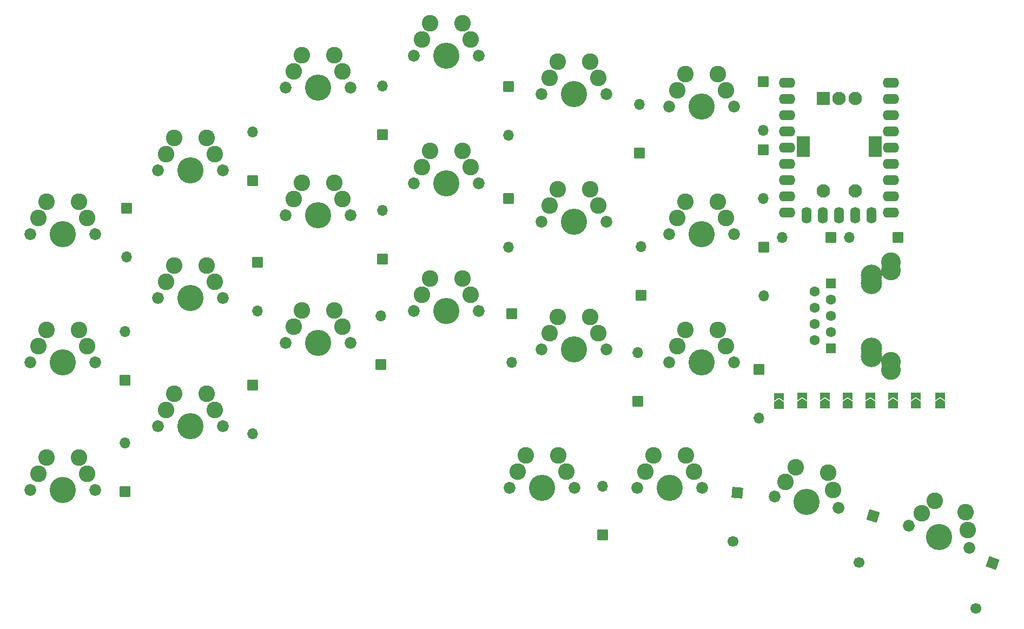
<source format=gbr>
%TF.GenerationSoftware,KiCad,Pcbnew,8.0.3*%
%TF.CreationDate,2024-07-10T08:52:57-07:00*%
%TF.ProjectId,Custom_KB_V1,43757374-6f6d-45f4-9b42-5f56312e6b69,rev?*%
%TF.SameCoordinates,Original*%
%TF.FileFunction,Soldermask,Bot*%
%TF.FilePolarity,Negative*%
%FSLAX46Y46*%
G04 Gerber Fmt 4.6, Leading zero omitted, Abs format (unit mm)*
G04 Created by KiCad (PCBNEW 8.0.3) date 2024-07-10 08:52:57*
%MOMM*%
%LPD*%
G01*
G04 APERTURE LIST*
G04 Aperture macros list*
%AMRoundRect*
0 Rectangle with rounded corners*
0 $1 Rounding radius*
0 $2 $3 $4 $5 $6 $7 $8 $9 X,Y pos of 4 corners*
0 Add a 4 corners polygon primitive as box body*
4,1,4,$2,$3,$4,$5,$6,$7,$8,$9,$2,$3,0*
0 Add four circle primitives for the rounded corners*
1,1,$1+$1,$2,$3*
1,1,$1+$1,$4,$5*
1,1,$1+$1,$6,$7*
1,1,$1+$1,$8,$9*
0 Add four rect primitives between the rounded corners*
20,1,$1+$1,$2,$3,$4,$5,0*
20,1,$1+$1,$4,$5,$6,$7,0*
20,1,$1+$1,$6,$7,$8,$9,0*
20,1,$1+$1,$8,$9,$2,$3,0*%
%AMHorizOval*
0 Thick line with rounded ends*
0 $1 width*
0 $2 $3 position (X,Y) of the first rounded end (center of the circle)*
0 $4 $5 position (X,Y) of the second rounded end (center of the circle)*
0 Add line between two ends*
20,1,$1,$2,$3,$4,$5,0*
0 Add two circle primitives to create the rounded ends*
1,1,$1,$2,$3*
1,1,$1,$4,$5*%
%AMFreePoly0*
4,1,16,0.535355,0.785355,0.541603,0.777735,1.041603,0.027735,1.049029,-0.009806,1.041603,-0.027735,0.541603,-0.777735,0.509806,-0.799029,0.500000,-0.800000,-0.500000,-0.800000,-0.535355,-0.785355,-0.550000,-0.750000,-0.550000,0.750000,-0.535355,0.785355,-0.500000,0.800000,0.500000,0.800000,0.535355,0.785355,0.535355,0.785355,$1*%
%AMFreePoly1*
4,1,16,0.535355,0.785355,0.550000,0.750000,0.550000,-0.750000,0.535355,-0.785355,0.500000,-0.800000,-0.650000,-0.800000,-0.685355,-0.785355,-0.700000,-0.750000,-0.691603,-0.722265,-0.210093,0.000000,-0.691603,0.722265,-0.699029,0.759806,-0.677735,0.791603,-0.650000,0.800000,0.500000,0.800000,0.535355,0.785355,0.535355,0.785355,$1*%
G04 Aperture macros list end*
%ADD10RoundRect,0.050000X0.800000X-0.800000X0.800000X0.800000X-0.800000X0.800000X-0.800000X-0.800000X0*%
%ADD11O,1.700000X1.700000*%
%ADD12C,1.850000*%
%ADD13C,4.100000*%
%ADD14C,2.600000*%
%ADD15C,3.100000*%
%ADD16C,1.600000*%
%ADD17RoundRect,0.050000X-0.750000X0.750000X-0.750000X-0.750000X0.750000X-0.750000X0.750000X0.750000X0*%
%ADD18C,3.350000*%
%ADD19RoundRect,0.050000X-0.800000X0.800000X-0.800000X-0.800000X0.800000X-0.800000X0.800000X0.800000X0*%
%ADD20RoundRect,0.050000X0.800000X0.800000X-0.800000X0.800000X-0.800000X-0.800000X0.800000X-0.800000X0*%
%ADD21RoundRect,0.050000X-0.478138X1.025370X-1.025370X-0.478138X0.478138X-1.025370X1.025370X0.478138X0*%
%ADD22HorizOval,1.700000X0.000000X0.000000X0.000000X0.000000X0*%
%ADD23O,2.600000X1.600000*%
%ADD24O,1.600000X2.600000*%
%ADD25RoundRect,0.050000X-1.000000X1.000000X-1.000000X-1.000000X1.000000X-1.000000X1.000000X1.000000X0*%
%ADD26C,2.100000*%
%ADD27RoundRect,0.050000X-1.000000X1.600000X-1.000000X-1.600000X1.000000X-1.600000X1.000000X1.600000X0*%
%ADD28RoundRect,0.050000X-0.727231X0.866680X-0.866680X-0.727231X0.727231X-0.866680X0.866680X0.727231X0*%
%ADD29HorizOval,1.700000X0.000000X0.000000X0.000000X0.000000X0*%
%ADD30RoundRect,0.050000X-0.531146X0.998941X-0.998941X-0.531146X0.531146X-0.998941X0.998941X0.531146X0*%
%ADD31HorizOval,1.700000X0.000000X0.000000X0.000000X0.000000X0*%
%ADD32FreePoly0,90.000000*%
%ADD33FreePoly1,90.000000*%
%ADD34RoundRect,0.050000X0.750000X-0.750000X0.750000X0.750000X-0.750000X0.750000X-0.750000X-0.750000X0*%
G04 APERTURE END LIST*
D10*
%TO.C,D10*%
X112000000Y-84120000D03*
D11*
X112000000Y-76500000D03*
%TD*%
D12*
%TO.C,K4*%
X96920000Y-57250000D03*
D13*
X102000000Y-57250000D03*
X102000000Y-57250000D03*
D12*
X107080000Y-57250000D03*
D14*
X98190000Y-54710000D03*
X99460000Y-52170000D03*
X104540000Y-52170000D03*
X105810000Y-54710000D03*
%TD*%
D10*
%TO.C,D14*%
X152000000Y-106370000D03*
D11*
X152000000Y-98750000D03*
%TD*%
D12*
%TO.C,K11*%
X76920000Y-90250000D03*
D13*
X82000000Y-90250000D03*
X82000000Y-90250000D03*
D12*
X87080000Y-90250000D03*
D14*
X78190000Y-87710000D03*
X79460000Y-85170000D03*
X84540000Y-85170000D03*
X85810000Y-87710000D03*
%TD*%
D15*
%TO.C,J1-Left1*%
X191650000Y-85905000D03*
X191650000Y-101445000D03*
D16*
X179710000Y-89230000D03*
X182250000Y-90500000D03*
X179710000Y-91770000D03*
X182250000Y-93040001D03*
X179710000Y-94310000D03*
X182250000Y-95580000D03*
X179710000Y-96850000D03*
D17*
X182250000Y-98120000D03*
D18*
X188600000Y-87960000D03*
X188600000Y-99390001D03*
%TD*%
D19*
%TO.C,D7*%
X171750000Y-82250000D03*
D11*
X171750000Y-89870000D03*
%TD*%
D19*
%TO.C,D17*%
X91750000Y-103880000D03*
D11*
X91750000Y-111500000D03*
%TD*%
D20*
%TO.C,D24*%
X182250000Y-80750000D03*
D11*
X174630000Y-80750000D03*
%TD*%
D12*
%TO.C,K1*%
X156920000Y-60250000D03*
D13*
X162000000Y-60250000D03*
X162000000Y-60250000D03*
D12*
X167080000Y-60250000D03*
D14*
X158190000Y-57710000D03*
X159460000Y-55170000D03*
X164540000Y-55170000D03*
X165810000Y-57710000D03*
%TD*%
D12*
%TO.C,K22*%
X131920000Y-119970000D03*
D13*
X137000000Y-119970000D03*
X137000000Y-119970000D03*
D12*
X142080000Y-119970000D03*
D14*
X133190000Y-117430000D03*
X134460000Y-114890000D03*
X139540000Y-114890000D03*
X140810000Y-117430000D03*
%TD*%
D19*
%TO.C,D15*%
X132250000Y-92630000D03*
D11*
X132250000Y-100250000D03*
%TD*%
D12*
%TO.C,K12*%
X56920000Y-100250000D03*
D13*
X62000000Y-100250000D03*
X62000000Y-100250000D03*
D12*
X67080000Y-100250000D03*
D14*
X58190000Y-97710000D03*
X59460000Y-95170000D03*
X64540000Y-95170000D03*
X65810000Y-97710000D03*
%TD*%
D12*
%TO.C,K8*%
X136920000Y-78250000D03*
D13*
X142000000Y-78250000D03*
X142000000Y-78250000D03*
D12*
X147080000Y-78250000D03*
D14*
X138190000Y-75710000D03*
X139460000Y-73170000D03*
X144540000Y-73170000D03*
X145810000Y-75710000D03*
%TD*%
D12*
%TO.C,K16*%
X96920000Y-97250000D03*
D13*
X102000000Y-97250000D03*
X102000000Y-97250000D03*
D12*
X107080000Y-97250000D03*
D14*
X98190000Y-94710000D03*
X99460000Y-92170000D03*
X104540000Y-92170000D03*
X105810000Y-94710000D03*
%TD*%
D12*
%TO.C,K19*%
X194393596Y-125888168D03*
D13*
X199167234Y-127625630D03*
X199167234Y-127625630D03*
D12*
X203940872Y-129363092D03*
D14*
X196455733Y-123935714D03*
X198517877Y-121983261D03*
X203291517Y-123720724D03*
X203616193Y-126541908D03*
%TD*%
D19*
%TO.C,D3*%
X131750000Y-57130000D03*
D11*
X131750000Y-64750000D03*
%TD*%
D10*
%TO.C,D22*%
X146500000Y-127310000D03*
D11*
X146500000Y-119690000D03*
%TD*%
D12*
%TO.C,K14*%
X136920000Y-98250000D03*
D13*
X142000000Y-98250000D03*
X142000000Y-98250000D03*
D12*
X147080000Y-98250000D03*
D14*
X138190000Y-95710000D03*
X139460000Y-93170000D03*
X144540000Y-93170000D03*
X145810000Y-95710000D03*
%TD*%
D12*
%TO.C,K20*%
X173381502Y-121264964D03*
D13*
X178384325Y-122147096D03*
X178384325Y-122147096D03*
D12*
X183387148Y-123029228D03*
D14*
X175073273Y-118984085D03*
X176765045Y-116703207D03*
X181767870Y-117585339D03*
X182577509Y-120307285D03*
%TD*%
D10*
%TO.C,D12*%
X71750000Y-103060000D03*
D11*
X71750000Y-95440000D03*
%TD*%
D12*
%TO.C,K7*%
X156920000Y-80250000D03*
D13*
X162000000Y-80250000D03*
X162000000Y-80250000D03*
D12*
X167080000Y-80250000D03*
D14*
X158190000Y-77710000D03*
X159460000Y-75170000D03*
X164540000Y-75170000D03*
X165810000Y-77710000D03*
%TD*%
D12*
%TO.C,K15*%
X116920000Y-92250000D03*
D13*
X122000000Y-92250000D03*
X122000000Y-92250000D03*
D12*
X127080000Y-92250000D03*
D14*
X118190000Y-89710000D03*
X119460000Y-87170000D03*
X124540000Y-87170000D03*
X125810000Y-89710000D03*
%TD*%
D10*
%TO.C,D8*%
X152500000Y-89810000D03*
D11*
X152500000Y-82190000D03*
%TD*%
D19*
%TO.C,D23*%
X171601579Y-67037631D03*
D11*
X171601579Y-74657631D03*
%TD*%
D19*
%TO.C,D6*%
X72000000Y-76130000D03*
D11*
X72000000Y-83750000D03*
%TD*%
D10*
%TO.C,D2*%
X152250000Y-67560000D03*
D11*
X152250000Y-59940000D03*
%TD*%
D12*
%TO.C,K6*%
X56920000Y-80250000D03*
D13*
X62000000Y-80250000D03*
X62000000Y-80250000D03*
D12*
X67080000Y-80250000D03*
D14*
X58190000Y-77710000D03*
X59460000Y-75170000D03*
X64540000Y-75170000D03*
X65810000Y-77710000D03*
%TD*%
D12*
%TO.C,K3*%
X116920000Y-52250000D03*
D13*
X122000000Y-52250000D03*
X122000000Y-52250000D03*
D12*
X127080000Y-52250000D03*
D14*
X118190000Y-49710000D03*
X119460000Y-47170000D03*
X124540000Y-47170000D03*
X125810000Y-49710000D03*
%TD*%
D12*
%TO.C,K5*%
X76920000Y-70250000D03*
D13*
X82000000Y-70250000D03*
X82000000Y-70250000D03*
D12*
X87080000Y-70250000D03*
D14*
X78190000Y-67710000D03*
X79460000Y-65170000D03*
X84540000Y-65170000D03*
X85810000Y-67710000D03*
%TD*%
D12*
%TO.C,K18*%
X56920000Y-120250000D03*
D13*
X62000000Y-120250000D03*
X62000000Y-120250000D03*
D12*
X67080000Y-120250000D03*
D14*
X58190000Y-117710000D03*
X59460000Y-115170000D03*
X64540000Y-115170000D03*
X65810000Y-117710000D03*
%TD*%
D10*
%TO.C,D18*%
X71750000Y-120500000D03*
D11*
X71750000Y-112880000D03*
%TD*%
D12*
%TO.C,K10*%
X96920000Y-77250000D03*
D13*
X102000000Y-77250000D03*
X102000000Y-77250000D03*
D12*
X107080000Y-77250000D03*
D14*
X98190000Y-74710000D03*
X99460000Y-72170000D03*
X104540000Y-72170000D03*
X105810000Y-74710000D03*
%TD*%
D10*
%TO.C,D16*%
X111750000Y-100620000D03*
D11*
X111750000Y-93000000D03*
%TD*%
D19*
%TO.C,D13*%
X171000000Y-101380000D03*
D11*
X171000000Y-109000000D03*
%TD*%
D21*
%TO.C,D19*%
X207553096Y-131669771D03*
D22*
X204946903Y-138830231D03*
%TD*%
D23*
%TO.C,U1*%
X191647772Y-56477748D03*
X191647772Y-59017748D03*
X191647772Y-61557748D03*
X191647772Y-64097748D03*
X191647772Y-66637748D03*
X191647772Y-69177748D03*
X191647772Y-71717748D03*
X191647772Y-74257748D03*
X191647772Y-76797748D03*
D24*
X188607772Y-77297748D03*
X186067772Y-77297748D03*
X183527772Y-77297748D03*
X180987772Y-77297748D03*
X178447772Y-77297748D03*
D23*
X175407772Y-76797748D03*
X175407772Y-74257748D03*
X175407772Y-71717748D03*
X175407772Y-69177748D03*
X175407772Y-66637748D03*
X175407772Y-64097748D03*
X175407772Y-61557748D03*
X175407772Y-59017748D03*
X175407772Y-56477748D03*
%TD*%
D25*
%TO.C,SW1*%
X181031251Y-58968777D03*
D26*
X186031251Y-58968777D03*
X183531251Y-58968777D03*
D27*
X177931251Y-66468777D03*
X189131251Y-66468777D03*
D26*
X186031251Y-73468777D03*
X181031251Y-73468777D03*
%TD*%
D10*
%TO.C,D4*%
X112000000Y-64620000D03*
D11*
X112000000Y-57000000D03*
%TD*%
D12*
%TO.C,K9*%
X116920000Y-72250000D03*
D13*
X122000000Y-72250000D03*
X122000000Y-72250000D03*
D12*
X127080000Y-72250000D03*
D14*
X118190000Y-69710000D03*
X119460000Y-67170000D03*
X124540000Y-67170000D03*
X125810000Y-69710000D03*
%TD*%
D12*
%TO.C,K17*%
X76920000Y-110250000D03*
D13*
X82000000Y-110250000D03*
X82000000Y-110250000D03*
D12*
X87080000Y-110250000D03*
D14*
X78190000Y-107710000D03*
X79460000Y-105170000D03*
X84540000Y-105170000D03*
X85810000Y-107710000D03*
%TD*%
D28*
%TO.C,D21*%
X167582063Y-120704498D03*
D29*
X166917937Y-128295502D03*
%TD*%
D12*
%TO.C,K13*%
X156920000Y-100250000D03*
D13*
X162000000Y-100250000D03*
X162000000Y-100250000D03*
D12*
X167080000Y-100250000D03*
D14*
X158190000Y-97710000D03*
X159460000Y-95170000D03*
X164540000Y-95170000D03*
X165810000Y-97710000D03*
%TD*%
D12*
%TO.C,K2*%
X136920000Y-58250000D03*
D13*
X142000000Y-58250000D03*
X142000000Y-58250000D03*
D12*
X147080000Y-58250000D03*
D14*
X138190000Y-55710000D03*
X139460000Y-53170000D03*
X144540000Y-53170000D03*
X145810000Y-55710000D03*
%TD*%
D30*
%TO.C,D20*%
X188863935Y-124356478D03*
D31*
X186636063Y-131643523D03*
%TD*%
D10*
%TO.C,D5*%
X91750000Y-71809999D03*
D11*
X91750000Y-64189999D03*
%TD*%
D19*
%TO.C,D11*%
X92500000Y-84630000D03*
D11*
X92500000Y-92250000D03*
%TD*%
D19*
%TO.C,D1*%
X171601579Y-56385383D03*
D11*
X171601579Y-64005383D03*
%TD*%
D12*
%TO.C,K21*%
X151920000Y-119970000D03*
D13*
X157000000Y-119970000D03*
X157000000Y-119970000D03*
D12*
X162080000Y-119970000D03*
D14*
X153190000Y-117430000D03*
X154460000Y-114890000D03*
X159540000Y-114890000D03*
X160810000Y-117430000D03*
%TD*%
D19*
%TO.C,D9*%
X131750000Y-74630000D03*
D11*
X131750000Y-82250000D03*
%TD*%
D32*
%TO.C,JP1*%
X199324718Y-106951795D03*
D33*
X199324718Y-105501797D03*
%TD*%
D32*
%TO.C,JP2*%
X195499908Y-107000315D03*
D33*
X195499908Y-105550317D03*
%TD*%
D32*
%TO.C,JP4*%
X188399908Y-107000315D03*
D33*
X188399908Y-105550317D03*
%TD*%
D32*
%TO.C,JP7*%
X177749908Y-107000315D03*
D33*
X177749908Y-105550317D03*
%TD*%
D32*
%TO.C,JP8*%
X174130805Y-107047656D03*
D33*
X174130805Y-105597658D03*
%TD*%
D18*
%TO.C,J2-Right1*%
X188592588Y-86688579D03*
X188592588Y-98118580D03*
D34*
X182242588Y-87958580D03*
D16*
X179702588Y-89228580D03*
X182242588Y-90498580D03*
X179702588Y-91768580D03*
X182242588Y-93038579D03*
X179702588Y-94308580D03*
X182242588Y-95578580D03*
X179702588Y-96848580D03*
D15*
X191642588Y-84633580D03*
X191642588Y-100173580D03*
%TD*%
D20*
%TO.C,D25*%
X192750000Y-80750000D03*
D11*
X185130000Y-80750000D03*
%TD*%
D32*
%TO.C,JP6*%
X181299908Y-107000315D03*
D33*
X181299908Y-105550317D03*
%TD*%
D32*
%TO.C,JP5*%
X184849908Y-107000315D03*
D33*
X184849908Y-105550317D03*
%TD*%
D32*
%TO.C,JP3*%
X191949908Y-107000315D03*
D33*
X191949908Y-105550317D03*
%TD*%
M02*

</source>
